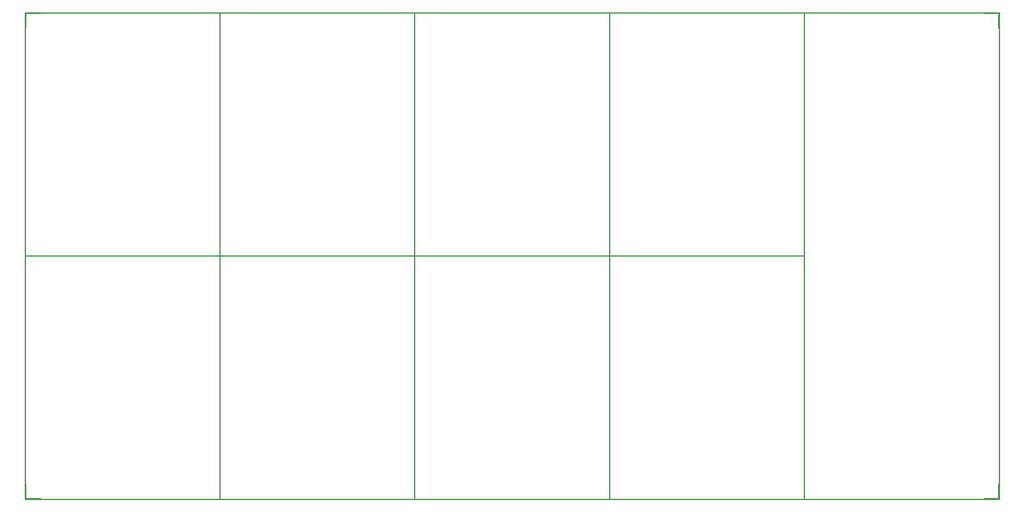
<source format=gbo>
G75*
G71*
%MOMM*%
%OFA0B0*%
%FSLAX53Y53*%
%IPPOS*%
%LPD*%
%ADD56C,0.15000*%
%ADD77C,0.25000*%
X0000000Y0000000D02*
G01*
D56*
D77*
X0000000Y0000000D02*
G01*
D77*
D77*
X0040000Y0050000D02*
X0000000Y0050000D01*
X0040000Y0000000D02*
X0040000Y0050000D01*
X0000000Y0000000D02*
X0040000Y0000000D01*
X0000000Y0050000D02*
X0000000Y0000000D01*
X0040000Y0000000D02*
G01*
D56*
D77*
X0040000Y0000000D02*
G01*
D77*
D77*
X0080000Y0050000D02*
X0040000Y0050000D01*
X0080000Y0000000D02*
X0080000Y0050000D01*
X0040000Y0000000D02*
X0080000Y0000000D01*
X0040000Y0050000D02*
X0040000Y0000000D01*
X0080000Y0000000D02*
G01*
D56*
D77*
X0080000Y0000000D02*
G01*
D77*
D77*
X0120000Y0050000D02*
X0120000Y0049500D01*
X0080000Y0050000D02*
X0120000Y0050000D01*
X0080000Y0000000D02*
X0080000Y0050000D01*
X0120000Y0000000D02*
X0120000Y0050000D01*
X0080000Y0000000D02*
X0120000Y0000000D01*
X0120000Y0000000D02*
G01*
D56*
D77*
X0120000Y0000000D02*
G01*
D77*
D77*
X0160000Y0050000D02*
X0160000Y0049500D01*
X0120000Y0050000D02*
X0160000Y0050000D01*
X0120000Y0000000D02*
X0120000Y0050000D01*
X0160000Y0000000D02*
X0160000Y0050000D01*
X0120000Y0000000D02*
X0160000Y0000000D01*
X0000000Y0050000D02*
G01*
D56*
D77*
X0000000Y0050000D02*
G01*
D77*
D77*
X0000000Y0100000D02*
X0040000Y0100000D01*
X0000000Y0050000D02*
X0000000Y0100000D01*
D77*
X0040000Y0100000D02*
X0040000Y0099500D01*
D77*
X0040000Y0050000D02*
X0040000Y0100000D01*
X0000000Y0050000D02*
X0040000Y0050000D01*
X0040000Y0050000D02*
G01*
D56*
D77*
X0040000Y0050000D02*
G01*
D77*
D77*
X0080000Y0100000D02*
X0040000Y0100000D01*
X0080000Y0050000D02*
X0080000Y0100000D01*
X0040000Y0050000D02*
X0080000Y0050000D01*
X0040000Y0100000D02*
X0040000Y0050000D01*
X0080000Y0050000D02*
G01*
D56*
D77*
X0080000Y0050000D02*
G01*
D77*
D77*
X0120000Y0100000D02*
X0120000Y0099500D01*
X0080000Y0100000D02*
X0120000Y0100000D01*
X0080000Y0050000D02*
X0080000Y0100000D01*
X0120000Y0050000D02*
X0120000Y0100000D01*
X0080000Y0050000D02*
X0120000Y0050000D01*
X0120000Y0050000D02*
G01*
D56*
D77*
X0120000Y0050000D02*
G01*
D77*
D77*
X0160000Y0100000D02*
X0120000Y0100000D01*
X0160000Y0050000D02*
X0160000Y0100000D01*
X0120000Y0050000D02*
X0160000Y0050000D01*
X0120000Y0100000D02*
X0120000Y0050000D01*
X0160000Y0000000D02*
G01*
D56*
D77*
X0160000Y0000000D02*
G01*
D77*
D77*
X0200000Y0000000D02*
X0200000Y0100000D01*
X0200000Y0100000D02*
X0160000Y0100000D01*
X0200000Y0100000D02*
X0160000Y0100000D01*
X0200000Y0000000D02*
X0200000Y0100000D01*
X0200000Y0000000D02*
X0200000Y0100000D01*
X0200000Y0100000D02*
X0160000Y0100000D01*
X0160000Y0000000D02*
X0200000Y0000000D01*
X0160000Y0100000D02*
X0160000Y0000000D01*
X0200000Y0100000D02*
X0160000Y0100000D01*
X0200000Y0000000D02*
X0200000Y0100000D01*
D77*
X0003125Y0000125D02*
X0000125Y0000125D01*
X0000125Y0003125D01*
X0199875Y0003125D02*
X0199875Y0000125D01*
X0196875Y0000125D01*
X0196875Y0099875D02*
X0199875Y0099875D01*
X0199875Y0096875D01*
X0000125Y0096875D02*
X0000125Y0099875D01*
X0003125Y0099875D01*
%ADD10C,0.00100*%
D10*
X0000000Y0000000D02*
X0000000Y0100000D01*
X0200000Y0100000D01*
X0200000Y0000000D01*
X0000000Y0000000D01*
M02*

</source>
